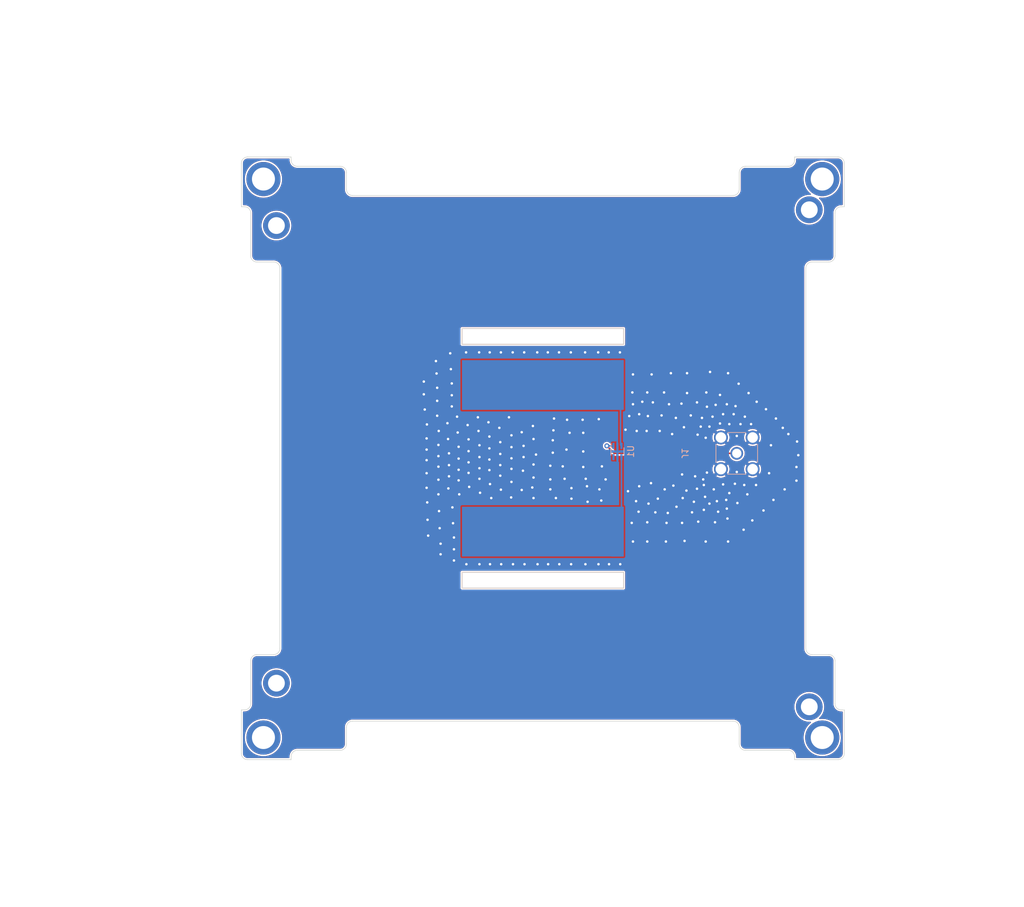
<source format=kicad_pcb>
(kicad_pcb (version 20211014) (generator pcbnew)
  (title_block (title "Updated Antenna PCB") (date "2023-02-06") (rev "2"))
  (layers (0 "F.Cu" signal) (31 "B.Cu" signal) (34 "B.Paste" user) (35 "F.Paste" user) (36 "B.SilkS" user "B.Silkscreen") (37 "F.SilkS" user "F.Silkscreen") (38 "B.Mask" user) (39 "F.Mask" user) (44 "Edge.Cuts" user))
  (net 0 "")
  (net 2 "Net-(AE1-Pad1)")
  (net 3 "GND")
  (net 4 "Net-(AE1-Pad2)")
  (net 5 "Net-(J1-Pad1)")
  (footprint "ISP:MountingHole_3.7mm_Pad_Modified" (layer "F.Cu") (at 163.45 143.45)
    (fp_text reference "H4")
    (fp_text value "MountingHole")
    (pad "1" thru_hole circle (at 0 0) (size 5.5 5.5) (drill 3.7) (layers *.Cu *.Mask))
  )
  (footprint "MountingHole:MountingHole_2.7mm_M2.5_DIN965_Pad" (layer "F.Cu") (at 161.364 58.495)
    (fp_text reference "H6")
    (fp_text value "MountingHole")
    (pad "1" thru_hole circle (at 0 0) (size 4.3 4.3) (drill 2.7) (layers *.Cu *.Mask))
  )
  (footprint "ISP:MountingHole_3.7mm_Pad_Modified" (layer "F.Cu") (at 73.55 53.55)
    (fp_text reference "H1")
    (fp_text value "MountingHole")
    (pad "1" thru_hole circle (at 0 0) (size 5.5 5.5) (drill 3.7) (layers *.Cu *.Mask))
  )
  (footprint "MountingHole:MountingHole_2.7mm_M2.5_DIN965_Pad" (layer "F.Cu") (at 161.364 138.505)
    (fp_text reference "H8")
    (fp_text value "MountingHole")
    (pad "1" thru_hole circle (at 0 0) (size 4.3 4.3) (drill 2.7) (layers *.Cu *.Mask))
  )
  (footprint "MountingHole:MountingHole_2.7mm_M2.5_DIN965_Pad" (layer "F.Cu") (at 75.639 134.695)
    (fp_text reference "H7")
    (fp_text value "MountingHole")
    (pad "1" thru_hole circle (at 0 0) (size 4.3 4.3) (drill 2.7) (layers *.Cu *.Mask))
  )
  (footprint "MountingHole:MountingHole_2.7mm_M2.5_DIN965_Pad" (layer "F.Cu") (at 75.639 61.035)
    (fp_text reference "H5")
    (fp_text value "MountingHole")
    (pad "1" thru_hole circle (at 0 0) (size 4.3 4.3) (drill 2.7) (layers *.Cu *.Mask))
  )
  (footprint "ISP:MountingHole_3.7mm_Pad_Modified" (layer "F.Cu") (at 73.55 143.45)
    (fp_text reference "H3")
    (fp_text value "MountingHole")
    (pad "1" thru_hole circle (at 0 0) (size 5.5 5.5) (drill 3.7) (layers *.Cu *.Mask))
  )
  (footprint "ISP:MountingHole_3.7mm_Pad_Modified" (layer "F.Cu") (at 163.45 53.55)
    (fp_text reference "H2")
    (fp_text value "MountingHole")
    (pad "1" thru_hole circle (at 0 0) (size 5.5 5.5) (drill 3.7) (layers *.Cu *.Mask))
  )
  (footprint "ISP:SMA_Connector" (layer "B.Cu") (at 149.7 97.7 90)
    (fp_text reference "J1" (at 0 -8.35 270 unlocked) (layer "B.SilkS") (effects (justify mirror)))
    (fp_text value "SMA Connector Male")
    (fp_line (start 3.355 1.45) (end 3.355 -1.45) (layer "B.SilkS") (width 0.12))
    (fp_line (start -1.45 3.355) (end 1.45 3.355) (layer "B.SilkS") (width 0.12))
    (fp_line (start -3.355 1.45) (end -3.355 -1.45) (layer "B.SilkS") (width 0.12))
    (fp_line (start -1.45 -3.355) (end 1.45 -3.355) (layer "B.SilkS") (width 0.12))
    (pad "1" thru_hole circle (at 0 0 90) (size 2.05 2.05) (drill 1.5) (layers *.Mask "F.Cu" "In1.Cu" "B.Cu") (net 5 "Net-(J1-Pad1)"))
    (pad "2" thru_hole circle (at 2.55 -2.55 90) (size 2.25 2.25) (drill 1.7) (layers *.Cu *.Mask) (net 3 "GND"))
    (pad "2" thru_hole circle (at -2.55 2.55 90) (size 2.25 2.25) (drill 1.7) (layers *.Cu *.Mask) (net 3 "GND"))
    (pad "2" thru_hole circle (at -2.55 -2.55 90) (size 2.25 2.25) (drill 1.7) (layers *.Cu *.Mask) (net 3 "GND"))
    (pad "2" thru_hole circle (at 2.55 2.55 90) (size 2.25 2.25) (drill 1.7) (layers *.Cu *.Mask) (net 3 "GND"))
  )
  (footprint "ISP:Antenna_Pads" (layer "B.Cu") (at 118.5 98.5 -90)
    (fp_text reference "AE1")
    (fp_text value "Dipole_Antenna")
    (fp_line (start 18.35 -13) (end 20.89 -13) (layer "B.SilkS") (width 0.12))
    (fp_line (start -20.89 13) (end -20.89 -13) (layer "B.SilkS") (width 0.12))
    (fp_line (start 20.89 13) (end 20.89 -13) (layer "B.SilkS") (width 0.12))
    (fp_line (start 18.35 13) (end 18.35 -13) (layer "B.SilkS") (width 0.12))
    (fp_line (start -20.89 -13) (end -18.35 -13) (layer "B.SilkS") (width 0.12))
    (fp_line (start -18.35 13) (end -18.35 -13) (layer "B.SilkS") (width 0.12))
    (fp_line (start -18.35 13) (end -20.89 13) (layer "B.SilkS") (width 0.12))
    (fp_line (start 20.89 13) (end 18.35 13) (layer "B.SilkS") (width 0.12))
    (pad "1" smd rect (at -11.8 0 270) (size 8 26) (layers "B.Cu" "B.Paste" "B.Mask") (net 2 "Net-(AE1-Pad1)"))
    (pad "1" smd rect (at -11.8 -12 270) (size 8 2) (layers "B.Cu" "B.Paste" "B.Mask") (net 2 "Net-(AE1-Pad1)"))
    (pad "2" smd rect (at 11.8 0 270) (size 8 26) (layers "B.Cu" "B.Paste" "B.Mask") (net 4 "Net-(AE1-Pad2)"))
    (pad "2" smd rect (at 11.8 -12 270) (size 8 2) (layers "B.Cu" "B.Paste" "B.Mask") (net 4 "Net-(AE1-Pad2)"))
  )
  (footprint "RF_Converter:Balun_Johanson_5400BL15B050E" (layer "B.Cu") (at 130.5 97.4 -90)
    (fp_text reference "U1" (at 0 -2.15 90) (layer "B.SilkS") (effects (justify mirror)))
    (fp_text value "HHM1589D1")
    (fp_line (start -1.3 1.05) (end 0.6 1.05) (layer "B.SilkS") (width 0.12))
    (fp_line (start -0.6 -1.05) (end 0.6 -1.05) (layer "B.SilkS") (width 0.12))
    (pad "1" smd rect (at -0.9 0.65 270) (size 1 0.35) (layers "B.Cu" "B.Paste" "B.Mask") (net 5 "Net-(J1-Pad1)") (clearance 0.2))
    (pad "2" smd rect (at -0.9 0 270) (size 1 0.35) (layers "B.Cu" "B.Paste" "B.Mask") (net 3 "GND"))
    (pad "3" smd rect (at -0.9 -0.65 270) (size 1 0.35) (layers "B.Cu" "B.Paste" "B.Mask") (net 2 "Net-(AE1-Pad1)") (clearance 0.2))
    (pad "4" smd rect (at 0.9 -0.65 270) (size 1 0.35) (layers "B.Cu" "B.Paste" "B.Mask") (net 4 "Net-(AE1-Pad2)") (clearance 0.2))
    (pad "5" smd rect (at 0.9 0 270) (size 1 0.35) (layers "B.Cu" "B.Paste" "B.Mask") (net 3 "GND"))
    (pad "6" smd rect (at 0.9 0.65 270) (size 1 0.35) (layers "B.Cu" "B.Paste" "B.Mask") (clearance 0.2))
  )
  (gr_arc (start 76.2 129.1) (mid 75.907107 129.807107) (end 75.2 130.1) (layer "Edge.Cuts") (width 0.1))
  (gr_arc (start 71.5 131.1) (mid 71.792893 130.392893) (end 72.5 130.1) (layer "Edge.Cuts") (width 0.1))
  (gr_arc (start 160.8 67.9) (mid 161.092893 67.192893) (end 161.8 66.9) (layer "Edge.Cuts") (width 0.1))
  (gr_line (start 167 58) (end 167 51) (layer "Edge.Cuts") (width 0.1))
  (gr_line (start 167 58) (end 166.5 58) (layer "Edge.Cuts") (width 0.1))
  (gr_arc (start 87.9 56.2) (mid 87.192893 55.907107) (end 86.9 55.2) (layer "Edge.Cuts") (width 0.1))
  (gr_line (start 159 50) (end 166 50) (layer "Edge.Cuts") (width 0.1))
  (gr_arc (start 166.5 139) (mid 165.792893 138.707107) (end 165.5 138) (layer "Edge.Cuts") (width 0.1))
  (gr_arc (start 71 147) (mid 70.292893 146.707107) (end 70 146) (layer "Edge.Cuts") (width 0.1))
  (gr_line (start 149.1 140.8) (end 87.9 140.8) (layer "Edge.Cuts") (width 0.1))
  (gr_arc (start 167 146) (mid 166.707107 146.707107) (end 166 147) (layer "Edge.Cuts") (width 0.1))
  (gr_arc (start 78 146.5) (mid 78.292893 145.792893) (end 79 145.5) (layer "Edge.Cuts") (width 0.1))
  (gr_arc (start 158 145.5) (mid 158.707107 145.792893) (end 159 146.5) (layer "Edge.Cuts") (width 0.1))
  (gr_line (start 70 139) (end 70 146) (layer "Edge.Cuts") (width 0.1))
  (gr_arc (start 164.5 130.1) (mid 165.207107 130.392893) (end 165.5 131.1) (layer "Edge.Cuts") (width 0.1))
  (gr_line (start 70.5 58) (end 70 58) (layer "Edge.Cuts") (width 0.1))
  (gr_line (start 150.1 141.8) (end 150.1 144.5) (layer "Edge.Cuts") (width 0.1))
  (gr_line (start 87.9 56.2) (end 149.1 56.2) (layer "Edge.Cuts") (width 0.1))
  (gr_arc (start 72.5 66.9) (mid 71.792893 66.607107) (end 71.5 65.9) (layer "Edge.Cuts") (width 0.1))
  (gr_line (start 78 147) (end 71 147) (layer "Edge.Cuts") (width 0.1))
  (gr_line (start 166 147) (end 159 147) (layer "Edge.Cuts") (width 0.1))
  (gr_line (start 166.5 139) (end 167 139) (layer "Edge.Cuts") (width 0.1))
  (gr_arc (start 159 50.5) (mid 158.707107 51.207107) (end 158 51.5) (layer "Edge.Cuts") (width 0.1))
  (gr_line (start 160.8 67.9) (end 160.8 129.1) (layer "Edge.Cuts") (width 0.1))
  (gr_line (start 85.9 145.5) (end 79 145.5) (layer "Edge.Cuts") (width 0.1))
  (gr_line (start 75.2 130.1) (end 72.5 130.1) (layer "Edge.Cuts") (width 0.1))
  (gr_line (start 165.5 59) (end 165.5 65.9) (layer "Edge.Cuts") (width 0.1))
  (gr_line (start 150.1 55.2) (end 150.1 52.5) (layer "Edge.Cuts") (width 0.1))
  (gr_arc (start 150.1 55.2) (mid 149.807107 55.907107) (end 149.1 56.2) (layer "Edge.Cuts") (width 0.1))
  (gr_line (start 86.9 141.8) (end 86.9 144.5) (layer "Edge.Cuts") (width 0.1))
  (gr_line (start 158 145.5) (end 151.1 145.5) (layer "Edge.Cuts") (width 0.1))
  (gr_arc (start 86.9 141.8) (mid 87.192893 141.092893) (end 87.9 140.8) (layer "Edge.Cuts") (width 0.1))
  (gr_rect (start 105.499582 116.850365) (end 131.499626 119.389873) (layer "Edge.Cuts") (width 0.1) (fill none))
  (gr_line (start 75.2 66.9) (end 72.5 66.9) (layer "Edge.Cuts") (width 0.1))
  (gr_rect (start 105.5 80.15) (end 131.50113 77.611303) (layer "Edge.Cuts") (width 0.1) (fill none))
  (gr_arc (start 79 51.5) (mid 78.292893 51.207107) (end 78 50.5) (layer "Edge.Cuts") (width 0.1))
  (gr_line (start 161.8 130.1) (end 164.5 130.1) (layer "Edge.Cuts") (width 0.1))
  (gr_arc (start 166 50) (mid 166.707107 50.292893) (end 167 51) (layer "Edge.Cuts") (width 0.1))
  (gr_line (start 79 51.5) (end 85.9 51.5) (layer "Edge.Cuts") (width 0.1))
  (gr_line (start 71.5 131.1) (end 71.5 138) (layer "Edge.Cuts") (width 0.1))
  (gr_line (start 161.8 66.9) (end 164.5 66.9) (layer "Edge.Cuts") (width 0.1))
  (gr_line (start 159 50) (end 159 50.5) (layer "Edge.Cuts") (width 0.1))
  (gr_arc (start 86.9 144.5) (mid 86.607107 145.207107) (end 85.9 145.5) (layer "Edge.Cuts") (width 0.1))
  (gr_line (start 78 50.5) (end 78 50) (layer "Edge.Cuts") (width 0.1))
  (gr_line (start 70 139) (end 70.5 139) (layer "Edge.Cuts") (width 0.1))
  (gr_arc (start 70.5 58) (mid 71.207107 58.292893) (end 71.5 59) (layer "Edge.Cuts") (width 0.1))
  (gr_arc (start 161.8 130.1) (mid 161.092893 129.807107) (end 160.8 129.1) (layer "Edge.Cuts") (width 0.1))
  (gr_arc (start 165.5 59) (mid 165.792893 58.292893) (end 166.5 58) (layer "Edge.Cuts") (width 0.1))
  (gr_line (start 76.2 129.1) (end 76.2 67.9) (layer "Edge.Cuts") (width 0.1))
  (gr_line (start 86.9 55.2) (end 86.9 52.5) (layer "Edge.Cuts") (width 0.1))
  (gr_line (start 70 51) (end 70 58) (layer "Edge.Cuts") (width 0.1))
  (gr_line (start 158 51.5) (end 151.1 51.5) (layer "Edge.Cuts") (width 0.1))
  (gr_line (start 71.5 59) (end 71.5 65.9) (layer "Edge.Cuts") (width 0.1))
  (gr_arc (start 85.9 51.5) (mid 86.607107 51.792893) (end 86.9 52.5) (layer "Edge.Cuts") (width 0.1))
  (gr_arc (start 165.5 65.9) (mid 165.207107 66.607107) (end 164.5 66.9) (layer "Edge.Cuts") (width 0.1))
  (gr_arc (start 149.1 140.8) (mid 149.807107 141.092893) (end 150.1 141.8) (layer "Edge.Cuts") (width 0.1))
  (gr_line (start 159 146.5) (end 159 147) (layer "Edge.Cuts") (width 0.1))
  (gr_arc (start 71.5 138) (mid 71.207107 138.707107) (end 70.5 139) (layer "Edge.Cuts") (width 0.1))
  (gr_arc (start 151.1 145.5) (mid 150.392893 145.207107) (end 150.1 144.5) (layer "Edge.Cuts") (width 0.1))
  (gr_arc (start 150.1 52.5) (mid 150.392893 51.792893) (end 151.1 51.5) (layer "Edge.Cuts") (width 0.1))
  (gr_line (start 165.5 131.1) (end 165.5 138) (layer "Edge.Cuts") (width 0.1))
  (gr_arc (start 70 51) (mid 70.292893 50.292893) (end 71 50) (layer "Edge.Cuts") (width 0.1))
  (gr_line (start 78 50) (end 71 50) (layer "Edge.Cuts") (width 0.1))
  (gr_line (start 167 139) (end 167 146) (layer "Edge.Cuts") (width 0.1))
  (gr_arc (start 75.2 66.9) (mid 75.907107 67.192893) (end 76.2 67.9) (layer "Edge.Cuts") (width 0.1))
  (gr_line (start 78 147) (end 78 146.5) (layer "Edge.Cuts") (width 0.1))
  (segment (start 130.5 86.7) (end 130.999511 87.199511) (width 0.25) (layer "B.Cu") (net 2))
  (segment (start 130.999511 96.349511) (end 131.15 96.5) (width 0.25) (layer "B.Cu") (net 2))
  (segment (start 130.999511 87.199511) (end 130.999511 96.349511) (width 0.25) (layer "B.Cu") (net 2))
  (via (at 143 101.4) (size 0.8) (drill 0.4) (layers "F.Cu" "B.Cu") (net 3))
  (via (at 156 92.1) (size 0.8) (drill 0.4) (layers "F.Cu" "B.Cu") (net 3))
  (via (at 119.3 81.45) (size 0.8) (drill 0.4) (layers "F.Cu" "B.Cu") (net 3))
  (via (at 152 93) (size 0.8) (drill 0.4) (layers "F.Cu" "B.Cu") (net 3))
  (via (at 104.05 108.95) (size 0.8) (drill 0.4) (layers "F.Cu" "B.Cu") (net 3))
  (via (at 135.2 94.1) (size 0.8) (drill 0.4) (layers "F.Cu" "B.Cu") (net 3))
  (via (at 122.4 92.3) (size 0.8) (drill 0.4) (layers "F.Cu" "B.Cu") (net 3))
  (via (at 143.3 103.4) (size 0.8) (drill 0.4) (layers "F.Cu" "B.Cu") (net 3))
  (via (at 152.9 89.4) (size 0.8) (drill 0.4) (layers "F.Cu" "B.Cu") (net 3))
  (via (at 129.1 81.45) (size 0.8) (drill 0.4) (layers "F.Cu" "B.Cu") (net 3))
  (via (at 150.3 93) (size 0.8) (drill 0.4) (layers "F.Cu" "B.Cu") (net 3))
  (via (at 125.6 103) (size 0.8) (drill 0.4) (layers "F.Cu" "B.Cu") (net 3))
  (via (at 139.3 94.6) (size 0.8) (drill 0.4) (layers "F.Cu" "B.Cu") (net 3))
  (via (at 147 88.3) (size 0.8) (drill 0.4) (layers "F.Cu" "B.Cu") (net 3))
  (via (at 102.05 113.95) (size 0.8) (drill 0.4) (layers "F.Cu" "B.Cu") (net 3))
  (via (at 144.4 102.8) (size 0.8) (drill 0.4) (layers "F.Cu" "B.Cu") (net 3))
  (via (at 101.7 104.3) (size 0.8) (drill 0.4) (layers "F.Cu" "B.Cu") (net 3))
  (via (at 119.7 103.5) (size 0.8) (drill 0.4) (layers "F.Cu" "B.Cu") (net 3))
  (via (at 139.9 92) (size 0.8) (drill 0.4) (layers "F.Cu" "B.Cu") (net 3))
  (via (at 128 99.8) (size 0.8) (drill 0.4) (layers "F.Cu" "B.Cu") (net 3))
  (via (at 123.1 105) (size 0.8) (drill 0.4) (layers "F.Cu" "B.Cu") (net 3))
  (via (at 115.3 100.5) (size 0.8) (drill 0.4) (layers "F.Cu" "B.Cu") (net 3))
  (via (at 111.65 99.6) (size 0.8) (drill 0.4) (layers "F.Cu" "B.Cu") (net 3))
  (via (at 110 115.55) (size 0.8) (drill 0.4) (layers "F.Cu" "B.Cu") (net 3))
  (via (at 142.5 107.2) (size 0.8) (drill 0.4) (layers "F.Cu" "B.Cu") (net 3))
  (via (at 113.7 115.55) (size 0.8) (drill 0.4) (layers "F.Cu" "B.Cu") (net 3))
  (via (at 104.95 100.35) (size 0.8) (drill 0.4) (layers "F.Cu" "B.Cu") (net 3))
  (via (at 119.7 101.9) (size 0.8) (drill 0.4) (layers "F.Cu" "B.Cu") (net 3))
  (via (at 104.95 96.65) (size 0.8) (drill 0.4) (layers "F.Cu" "B.Cu") (net 3))
  (via (at 104.2 114.95) (size 0.8) (drill 0.4) (layers "F.Cu" "B.Cu") (net 3))
  (via (at 108.05 91.9) (size 0.8) (drill 0.4) (layers "F.Cu" "B.Cu") (net 3))
  (via (at 152.8 102.8) (size 0.8) (drill 0.4) (layers "F.Cu" "B.Cu") (net 3))
  (via (at 108.3 98.3) (size 0.8) (drill 0.4) (layers "F.Cu" "B.Cu") (net 3))
  (via (at 103.85 86.45) (size 0.8) (drill 0.4) (layers "F.Cu" "B.Cu") (net 3))
  (via (at 138 87.9) (size 0.8) (drill 0.4) (layers "F.Cu" "B.Cu") (net 3))
  (via (at 144.9 90.2) (size 0.8) (drill 0.4) (layers "F.Cu" "B.Cu") (net 3))
  (via (at 113.45 102.3) (size 0.8) (drill 0.4) (layers "F.Cu" "B.Cu") (net 3))
  (via (at 113.45 98.5) (size 0.8) (drill 0.4) (layers "F.Cu" "B.Cu") (net 3))
  (via (at 108.3 101.8) (size 0.8) (drill 0.4) (layers "F.Cu" "B.Cu") (net 3))
  (via (at 145.3 105.8) (size 0.8) (drill 0.4) (layers "F.Cu" "B.Cu") (net 3))
  (via (at 103.95 106.4) (size 0.8) (drill 0.4) (layers "F.Cu" "B.Cu") (net 3))
  (via (at 143.3 89.5) (size 0.8) (drill 0.4) (layers "F.Cu" "B.Cu") (net 3))
  (via (at 147.5 91.4) (size 0.8) (drill 0.4) (layers "F.Cu" "B.Cu") (net 3))
  (via (at 127.45 115.55) (size 0.8) (drill 0.4) (layers "F.Cu" "B.Cu") (net 3))
  (via (at 121.15 115.55) (size 0.8) (drill 0.4) (layers "F.Cu" "B.Cu") (net 3))
  (via (at 151.4 104.3) (size 0.8) (drill 0.4) (layers "F.Cu" "B.Cu") (net 3))
  (via (at 145.8 91.8) (size 0.8) (drill 0.4) (layers "F.Cu" "B.Cu") (net 3))
  (via (at 108.15 94.1) (size 0.8) (drill 0.4) (layers "F.Cu" "B.Cu") (net 3))
  (via (at 127.9 105.3) (size 0.8) (drill 0.4) (layers "F.Cu" "B.Cu") (net 3))
  (via (at 148.5 93) (size 0.8) (drill 0.4) (layers "F.Cu" "B.Cu") (net 3))
  (via (at 149.7 94.9) (size 0.8) (drill 0.4) (layers "F.Cu" "B.Cu") (net 3))
  (via (at 108.4 104.05) (size 0.8) (drill 0.4) (layers "F.Cu" "B.Cu") (net 3))
  (via (at 106.65 103.1) (size 0.8) (drill 0.4) (layers "F.Cu" "B.Cu") (net 3))
  (via (at 135.9 102.5) (size 0.8) (drill 0.4) (layers "F.Cu" "B.Cu") (net 3))
  (via (at 141 104.9) (size 0.8) (drill 0.4) (layers "F.Cu" "B.Cu") (net 3))
  (via (at 145.4 84.6) (size 0.8) (drill 0.4) (layers "F.Cu" "B.Cu") (net 3))
  (via (at 104.8 94.35) (size 0.8) (drill 0.4) (layers "F.Cu" "B.Cu") (net 3))
  (via (at 138.6 107.3) (size 0.8) (drill 0.4) (layers "F.Cu" "B.Cu") (net 3))
  (via (at 99.5 90.65) (size 0.8) (drill 0.4) (layers "F.Cu" "B.Cu") (net 3))
  (via (at 117.65 115.55) (size 0.8) (drill 0.4) (layers "F.Cu" "B.Cu") (net 3))
  (via (at 144.6 104.7) (size 0.8) (drill 0.4) (layers "F.Cu" "B.Cu") (net 3))
  (via (at 133 89.8) (size 0.8) (drill 0.4) (layers "F.Cu" "B.Cu") (net 3))
  (via (at 104.95 102.05) (size 0.8) (drill 0.4) (layers "F.Cu" "B.Cu") (net 3))
  (via (at 149.5 90.1) (size 0.8) (drill 0.4) (layers "F.Cu" "B.Cu") (net 3))
  (via (at 134.5 89.4) (size 0.8) (drill 0.4) (layers "F.Cu" "B.Cu") (net 3))
  (via (at 99.8 103.25) (size 0.8) (drill 0.4) (layers "F.Cu" "B.Cu") (net 3))
  (via (at 122.3 97.1) (size 0.8) (drill 0.4) (layers "F.Cu" "B.Cu") (net 3))
  (via (at 139.1 84.8) (size 0.8) (drill 0.4) (layers "F.Cu" "B.Cu") (net 3))
  (via (at 103.4 101.4) (size 0.8) (drill 0.4) (layers "F.Cu" "B.Cu") (net 3))
  (via (at 111.5 93.6) (size 0.8) (drill 0.4) (layers "F.Cu" "B.Cu") (net 3))
  (via (at 125.35 115.55) (size 0.8) (drill 0.4) (layers "F.Cu" "B.Cu") (net 3))
  (via (at 132.9 87.9) (size 0.8) (drill 0.4) (layers "F.Cu" "B.Cu") (net 3))
  (via (at 101.5 87.15) (size 0.8) (drill 0.4) (layers "F.Cu" "B.Cu") (net 3))
  (via (at 116.9 93.3) (size 0.8) (drill 0.4) (layers "F.Cu" "B.Cu") (net 3))
  (via (at 138.4 108.9) (size 0.8) (drill 0.4) (layers "F.Cu" "B.Cu") (net 3))
  (via (at 143.5 108.7) (size 0.8) (drill 0.4) (layers "F.Cu" "B.Cu") (net 3))
  (via (at 140.9 108.9) (size 0.8) (drill 0.4) (layers "F.Cu" "B.Cu") (net 3))
  (via (at 133.5 105.4) (size 0.8) (drill 0.4) (layers "F.Cu" "B.Cu") (net 3))
  (via (at 158 94.6) (size 0.8) (drill 0.4) (layers "F.Cu" "B.Cu") (net 3))
  (via (at 101.7 96.35) (size 0.8) (drill 0.4) (layers "F.Cu" "B.Cu") (net 3))
  (via (at 135.5 105.8) (size 0.8) (drill 0.4) (layers "F.Cu" "B.Cu") (net 3))
  (via (at 109.9 95) (size 0.8) (drill 0.4) (layers "F.Cu" "B.Cu") (net 3))
  (via (at 104.2 113.15) (size 0.8) (drill 0.4) (layers "F.Cu" "B.Cu") (net 3))
  (via (at 144.4 106.8) (size 0.8) (drill 0.4) (layers "F.Cu" "B.Cu") (net 3))
  (via (at 125.4 101.8) (size 0.8) (drill 0.4) (layers "F.Cu" "B.Cu") (net 3))
  (via (at 141.7 88) (size 0.8) (drill 0.4) (layers "F.Cu" "B.Cu") (net 3))
  (via (at 117 95.4) (size 0.8) (drill 0.4) (layers "F.Cu" "B.Cu") (net 3))
  (via (at 108.3 115.55) (size 0.8) (drill 0.4) (layers "F.Cu" "B.Cu") (net 3))
  (via (at 103.6 81.6) (size 0.8) (drill 0.4) (layers "F.Cu" "B.Cu") (net 3))
  (via (at 99.85 93.05) (size 0.8) (drill 0.4) (layers "F.Cu" "B.Cu") (net 3))
  (via (at 132.8 108.9) (size 0.8) (drill 0.4) (layers "F.Cu" "B.Cu") (net 3))
  (via (at 150 86.5) (size 0.8) (drill 0.4) (layers "F.Cu" "B.Cu") (net 3))
  (via (at 146.3 89.9) (size 0.8) (drill 0.4) (layers "F.Cu" "B.Cu") (net 3))
  (via (at 122.8 94.4) (size 0.8) (drill 0.4) (layers "F.Cu" "B.Cu") (net 3))
  (via (at 130.95 115.55) (size 0.8) (drill 0.4) (layers "F.Cu" "B.Cu") (net 3))
  (via (at 115.1 103.6) (size 0.8) (drill 0.4) (layers "F.Cu" "B.Cu") (net 3))
  (via (at 106.2 115.55) (size 0.8) (drill 0.4) (layers "F.Cu" "B.Cu") (net 3))
  (via (at 144.9 100.8) (size 0.8) (drill 0.4) (layers "F.Cu" "B.Cu") (net 3))
  (via (at 159.6 98) (size 0.8) (drill 0.4) (layers "F.Cu" "B.Cu") (net 3))
  (via (at 132.4 91.7) (size 0.8) (drill 0.4) (layers "F.Cu" "B.Cu") (net 3))
  (via (at 102.05 112.25) (size 0.8) (drill 0.4) (layers "F.Cu" "B.Cu") (net 3))
  (via (at 151.6 88) (size 0.8) (drill 0.4) (layers "F.Cu" "B.Cu") (net 3))
  (via (at 108.3 96.4) (size 0.8) (drill 0.4) (layers "F.Cu" "B.Cu") (net 3))
  (via (at 159.3 102.1) (size 0.8) (drill 0.4) (layers "F.Cu" "B.Cu") (net 3))
  (via (at 104.95 98.55) (size 0.8) (drill 0.4) (layers "F.Cu" "B.Cu") (net 3))
  (via (at 115.4 98.3) (size 0.8) (drill 0.4) (layers "F.Cu" "B.Cu") (net 3))
  (via (at 120.2 94) (size 0.8) (drill 0.4) (layers "F.Cu" "B.Cu") (net 3))
  (via (at 137.3 94.1) (size 0.8) (drill 0.4) (layers "F.Cu" "B.Cu") (net 3))
  (via (at 149.2 91.4) (size 0.8) (drill 0.4) (layers "F.Cu" "B.Cu") (net 3))
  (via (at 121.1 81.45) (size 0.8) (drill 0.4) (layers "F.Cu" "B.Cu") (net 3))
  (via (at 149.8 105.7) (size 0.8) (drill 0.4) (layers "F.Cu" "B.Cu") (net 3))
  (via (at 101.4 84.85) (size 0.8) (drill 0.4) (layers "F.Cu" "B.Cu") (net 3))
  (via (at 104.7 91.8) (size 0.8) (drill 0.4) (layers "F.Cu" "B.Cu") (net 3))
  (via (at 99.35 88.2) (size 0.8) (drill 0.4) (layers "F.Cu" "B.Cu") (net 3))
  (via (at 120.1 95.6) (size 0.8) (drill 0.4) (layers "F.Cu" "B.Cu") (net 3))
  (via (at 109.95 81.45) (size 0.8) (drill 0.4) (layers "F.Cu" "B.Cu") (net 3))
  (via (at 138.8 89.8) (size 0.8) (drill 0.4) (layers "F.Cu" "B.Cu") (net 3))
  (via (at 117 99.5) (size 0.8) (drill 0.4) (layers "F.Cu" "B.Cu") (net 3))
  (via (at 110 102.65) (size 0.8) (drill 0.4) (layers "F.Cu" "B.Cu") (net 3))
  (via (at 109.9 96.9) (size 0.8) (drill 0.4) (layers "F.Cu" "B.Cu") (net 3))
  (via (at 157.1 93.6) (size 0.8) (drill 0.4) (layers "F.Cu" "B.Cu") (net 3))
  (via (at 120.1 97.6) (size 0.8) (drill 0.4) (layers "F.Cu" "B.Cu") (net 3))
  (via (at 109.75 92.7) (size 0.8) (drill 0.4) (layers "F.Cu" "B.Cu") (net 3))
  (via (at 139.5 102.9) (size 0.8) (drill 0.4) (layers "F.Cu" "B.Cu") (net 3))
  (via (at 144.7 111.9) (size 0.8) (drill 0.4) (layers "F.Cu" "B.Cu") (net 3))
  (via (at 111.75 81.45) (size 0.8) (drill 0.4) (layers "F.Cu" "B.Cu") (net 3))
  (via (at 111.75 103.55) (size 0.8) (drill 0.4) (layers "F.Cu" "B.Cu") (net 3))
  (via (at 131.8 93.9) (size 0.8) (drill 0.4) (layers "F.Cu" "B.Cu") (net 3))
  (via (at 113.05 91.9) (size 0.8) (drill 0.4) (layers "F.Cu" "B.Cu") (net 3))
  (via (at 135.3 108.8) (size 0.8) (drill 0.4) (layers "F.Cu" "B.Cu") (net 3))
  (via (at 104.2 111.25) (size 0.8) (drill 0.4) (layers "F.Cu" "B.Cu") (net 3))
  (via (at 148.1 106.6) (size 0.8) (drill 0.4) (layers "F.Cu" "B.Cu") (net 3))
  (via (at 113.4 104.8) (size 0.8) (drill 0.4) (layers "F.Cu" "B.Cu") (net 3))
  (via (at 143.9 93.4) (size 0.8) (drill 0.4) (layers "F.Cu" "B.Cu") (net 3))
  (via (at 117 104.9) (size 0.8) (drill 0.4) (layers "F.Cu" "B.Cu") (net 3))
  (via (at 115.4 96.5) (size 0.8) (drill 0.4) (layers "F.Cu" "B.Cu") (net 3))
  (via (at 101.5 91.65) (size 0.8) (drill 0.4) (layers "F.Cu" "B.Cu") (net 3))
  (via (at 148.1 89.8) (size 0.8) (drill 0.4) (layers "F.Cu" "B.Cu") (net 3))
  (via (at 106.15 81.45) (size 0.8) (drill 0.4) (layers "F.Cu" "B.Cu") (net 3))
  (via (at 99.9 105.6) (size 0.8) (drill 0.4) (layers "F.Cu" "B.Cu") (net 3))
  (via (at 134 91.4) (size 0.8) (drill 0.4) (layers "F.Cu" "B.Cu") (net 3))
  (via (at 106.55 95.45) (size 0.8) (drill 0.4) (layers "F.Cu" "B.Cu") (net 3))
  (via (at 106.55 97.35) (size 0.8) (drill 0.4) (layers "F.Cu" "B.Cu") (net 3))
  (via (at 149.4 102.6) (size 0.8) (drill 0.4) (layers "F.Cu" "B.Cu") (net 3))
  (via (at 113.45 100.2) (size 0.8) (drill 0.4) (layers "F.Cu" "B.Cu") (net 3))
  (via (at 103.25 95.4) (size 0.8) (drill 0.4) (layers "F.Cu" "B.Cu") (net 3))
  (via (at 128.6 101.9) (size 0.8) (drill 0.4) (layers "F.Cu" "B.Cu") (net 3))
  (via (at 140.9 101.1) (size 0.8) (drill 0.4) (layers "F.Cu" "B.Cu") (net 3))
  (via (at 148.5 104.1) (size 0.8) (drill 0.4) (layers "F.Cu" "B.Cu") (net 3))
  (via (at 150.9 102.8) (size 0.8) (drill 0.4) (layers "F.Cu" "B.Cu") (net 3))
  (via (at 146 103.5) (size 0.8) (drill 0.4) (layers "F.Cu" "B.Cu") (net 3))
  (via (at 136.2 89.5) (size 0.8) (drill 0.4) (layers "F.Cu" "B.Cu") (net 3))
  (via (at 101.75 94.1) (size 0.8) (drill 0.4) (layers "F.Cu" "B.Cu") (net 3))
  (via (at 138.1 103.5) (size 0.8) (drill 0.4) (layers "F.Cu" "B.Cu") (net 3))
  (via (at 148.2 108.2) (size 0.8) (drill 0.4) (layers "F.Cu" "B.Cu") (net 3))
  (via (at 109.9 98.7) (size 0.8) (drill 0.4) (layers "F.Cu" "B.Cu") (net 3))
  (via (at 113.45 96.7) (size 0.8) (drill 0.4) (layers "F.Cu" "B.Cu") (net 3))
  (via (at 119.7 99.7) (size 0.8) (drill 0.4) (layers "F.Cu" "B.Cu") (net 3))
  (via (at 108.25 81.45) (size 0.8) (drill 0.4) (layers "F.Cu" "B.Cu") (net 3))
  (via (at 150.8 110) (size 0.8) (drill 0.4) (layers "F.Cu" "B.Cu") (net 3))
  (via (at 135.4 91.7) (size 0.8) (drill 0.4) (layers "F.Cu" "B.Cu") (net 3))
  (via (at 103.3 103.35) (size 0.8) (drill 0.4) (layers "F.Cu" "B.Cu") (net 3))
  (via (at 113.45 94.8) (size 0.8) (drill 0.4) (layers "F.Cu" "B.Cu") (net 3))
  (via (at 127.5 92.2) (size 0.8) (drill 0.4) (layers "F.Cu" "B.Cu") (net 3))
  (via (at 123.1 103.3) (size 0.8) (drill 0.4) (layers "F.Cu" "B.Cu") (net 3))
  (via (at 143.4 94.7) (size 0.8) (drill 0.4) (layers "F.Cu" "B.Cu") (net 3))
  (via (at 155.6 105.2) (size 0.8) (drill 0.4) (layers "F.Cu" "B.Cu") (net 3))
  (via (at 136.6 107.2) (size 0.8) (drill 0.4) (layers "F.Cu" "B.Cu") (net 3))
  (via (at 111.65 101.3) (size 0.8) (drill 0.4) (layers "F.Cu" "B.Cu") (net 3))
  (via (at 138.3 111.9) (size 0.8) (drill 0.4) (layers "F.Cu" "B.Cu") (net 3))
  (via (at 144.8 87.9) (size 0.8) (drill 0.4) (layers "F.Cu" "B.Cu") (net 3))
  (via (at 142.3 91.6) (size 0.8) (drill 0.4) (layers "F.Cu" "B.Cu") (net 3))
  (via (at 121.7 99.8) (size 0.8) (drill 0.4) (layers "F.Cu" "B.Cu") (net 3))
  (via (at 106.55 100.85) (size 0.8) (drill 0.4) (layers "F.Cu" "B.Cu") (net 3))
  (via (at 111.8 115.55) (size 0.8) (drill 0.4) (layers "F.Cu" "B.Cu") (net 3))
  (via (at 117.4 97.9) (size 0.8) (drill 0.4) (layers "F.Cu" "B.Cu") (net 3))
  (via (at 154 106.9) (size 0.8) (drill 0.4) (layers "F.Cu" "B.Cu") (net 3))
  (via (at 123 81.45) (size 0.8) (drill 0.4) (layers "F.Cu" "B.Cu") (net 3))
  (via (at 99.95 108.4) (size 0.8) (drill 0.4) (layers "F.Cu" "B.Cu") (net 3))
  (via (at 146.5 105.4) (size 0.8) (drill 0.4) (layers "F.Cu" "B.Cu") (net 3))
  (via (at 100.05 110.95) (size 0.8) (drill 0.4) (layers "F.Cu" "B.Cu") (net 3))
  (via (at 113.65 81.45) (size 0.8) (drill 0.4) (layers "F.Cu" "B.Cu") (net 3))
  (via (at 157.4 103.5) (size 0.8) (drill 0.4) (layers "F.Cu" "B.Cu") (net 3))
  (via (at 105.05 104.3) (size 0.8) (drill 0.4) (layers "F.Cu" "B.Cu") (net 3))
  (via (at 144.3 101.9) (size 0.8) (drill 0.4) (layers "F.Cu" "B.Cu") (net 3))
  (via (at 119.35 115.55) (size 0.8) (drill 0.4) (layers "F.Cu" "B.Cu") (net 3))
  (via (at 106.55 99.15) (size 0.8) (drill 0.4) (layers "F.Cu" "B.Cu") (net 3))
  (via (at 116.8 103.2) (size 0.8) (drill 0.4) (layers "F.Cu" "B.Cu") (net 3))
  (via (at 115.1 94.3) (size 0.8) (drill 0.4) (layers "F.Cu" "B.Cu") (net 3))
  (via (at 144.1 92) (size 0.8) (drill 0.4) (layers "F.Cu" "B.Cu") (net 3))
  (via (at 101.8 107) (size 0.8) (drill 0.4) (layers "F.Cu" "B.Cu") (net 3))
  (via (at 130.9 81.45) (size 0.8) (drill 0.4) (layers "F.Cu" "B.Cu") (net 3))
  (via (at 99.8 98.8) (size 0.8) (drill 0.4) (layers "F.Cu" "B.Cu") (net 3))
  (via (at 137.6 91.6) (size 0.8) (drill 0.4) (layers "F.Cu" "B.Cu") (net 3))
  (via (at 154.4 90.6) (size 0.8) (drill 0.4) (layers "F.Cu" "B.Cu") (net 3))
  (via (at 101.9 109.75) (size 0.8) (drill 0.4) (layers "F.Cu" "B.Cu") (net 3))
  (via (at 120.6 104.9) (size 0.8) (drill 0.4) (layers "F.Cu" "B.Cu") (net 3))
  (via (at 122 101.8) (size 0.8) (drill 0.4) (layers "F.Cu" "B.Cu") (net 3))
  (via (at 99.8 95.3) (size 0.8) (drill 0.4) (layers "F.Cu" "B.Cu") (net 3))
  (via (at 136 85) (size 0.8) (drill 0.4) (layers "F.Cu" "B.Cu") (net 3))
  (via (at 145.3 93.4) (size 0.8) (drill 0.4) (layers "F.Cu" "B.Cu") (net 3))
  (via (at 111.65 95.9) (size 0.8) (drill 0.4) (layers "F.Cu" "B.Cu") (net 3))
  (via (at 133 85) (size 0.8) (drill 0.4) (layers "F.Cu" "B.Cu") (net 3))
  (via (at 144.7 95.2) (size 0.8) (drill 0.4) (layers "F.Cu" "B.Cu") (net 3))
  (via (at 103.85 90.15) (size 0.8) (drill 0.4) (layers "F.Cu" "B.Cu") (net 3))
  (via (at 159.4 95.8) (size 0.8) (drill 0.4) (layers "F.Cu" "B.Cu") (net 3))
  (via (at 125 94.4) (size 0.8) (drill 0.4) (layers "F.Cu" "B.Cu") (net 3))
  (via (at 103.4 99.6) (size 0.8) (drill 0.4) (layers "F.Cu" "B.Cu") (net 3))
  (via (at 146.7 107.1) (size 0.8) (drill 0.4) (layers "F.Cu" "B.Cu") (net 3))
  (via (at 108.3 100.1) (size 0.8) (drill 0.4) (layers "F.Cu" "B.Cu") (net 3))
  (via (at 148 105.2) (size 0.8) (drill 0.4) (layers "F.Cu" "B.Cu") (net 3))
  (via (at 109.9 100.4) (size 0.8) (drill 0.4) (layers "F.Cu" "B.Cu") (net 3))
  (via (at 148.3 84.8) (size 0.8) (drill 0.4) (layers "F.Cu" "B.Cu") (net 3))
  (via (at 103.85 88.35) (size 0.8) (drill 0.4) (layers "F.Cu" "B.Cu") (net 3))
  (via (at 152.2 108.5) (size 0.8) (drill 0.4) (layers "F.Cu" "B.Cu") (net 3))
  (via (at 137 105) (size 0.8) (drill 0.4) (layers "F.Cu" "B.Cu") (net 3))
  (via (at 127.4 81.45) (size 0.8) (drill 0.4) (layers "F.Cu" "B.Cu") (net 3))
  (via (at 103.7 84.15) (size 0.8) (drill 0.4) (layers "F.Cu" "B.Cu") (net 3))
  (via (at 133.9 107.1) (size 0.8) (drill 0.4) (layers "F.Cu" "B.Cu") (net 3))
  (via (at 99.8 97.1) (size 0.8) (drill 0.4) (layers "F.Cu" "B.Cu") (net 3))
  (via (at 101.7 99.85) (size 0.8) (drill 0.4) (layers "F.Cu" "B.Cu") (net 3))
  (via (at 135.3 111.9) (size 0.8) (drill 0.4) (layers "F.Cu" "B.Cu") (net 3))
  (via (at 141.6 103.7) (size 0.8) (drill 0.4) (layers "F.Cu" "B.Cu") (net 3))
  (via (at 101.7 98.15) (size 0.8) (drill 0.4) (layers "F.Cu" "B.Cu") (net 3))
  (via (at 124.9 92.3) (size 0.8) (drill 0.4) (layers "F.Cu" "B.Cu") (net 3))
  (via (at 115.5 81.45) (size 0.8) (drill 0.4) (layers "F.Cu" "B.Cu") (net 3))
  (via (at 99.8 100.9) (size 0.8) (drill 0.4) (layers "F.Cu" "B.Cu") (net 3))
  (via (at 159.3 99.9) (size 0.8) (drill 0.4) (layers "F.Cu" "B.Cu") (net 3))
  (via (at 120.3 92.1) (size 0.8) (drill 0.4) (layers "F.Cu" "B.Cu") (net 3))
  (via (at 101.7 101.95) (size 0.8) (drill 0.4) (layers "F.Cu" "B.Cu") (net 3))
  (via (at 135.3 87.9) (size 0.8) (drill 0.4) (layers "F.Cu" "B.Cu") (net 3))
  (via (at 117 101.6) (size 0.8) (drill 0.4) (layers "F.Cu" "B.Cu") (net 3))
  (via (at 142.8 105.5) (size 0.8) (drill 0.4) (layers "F.Cu" "B.Cu") (net 3))
  (via (at 101.5 89.25) (size 0.8) (drill 0.4) (layers "F.Cu" "B.Cu") (net 3))
  (via (at 149.7 100.7) (size 0.8) (drill 0.4) (layers "F.Cu" "B.Cu") (net 3))
  (via (at 106.4 93.15) (size 0.8) (drill 0.4) (layers "F.Cu" "B.Cu") (net 3))
  (via (at 103.15 92.85) (size 0.8) (drill 0.4) (layers "F.Cu" "B.Cu") (net 3))
  (via (at 125.7 105.5) (size 0.8) (drill 0.4) (layers "F.Cu" "B.Cu") (net 3))
  (via (at 147 92.9) (size 0.8) (drill 0.4) (layers "F.Cu" "B.Cu") (net 3))
  (via (at 140 106.3) (size 0.8) (drill 0.4) (layers "F.Cu" "B.Cu") (net 3))
  (via (at 129.15 115.55) (size 0.8) (drill 0.4) (layers "F.Cu" "B.Cu") (net 3))
  (via (at 117.6 81.45) (size 0.8) (drill 0.4) (layers "F.Cu" "B.Cu") (net 3))
  (via (at 141.7 84.8) (size 0.8) (drill 0.4) (layers "F.Cu" "B.Cu") (net 3))
  (via (at 133 111.9) (size 0.8) (drill 0.4) (layers "F.Cu" "B.Cu") (net 3))
  (via (at 154.9 100.9) (size 0.8) (drill 0.4) (layers "F.Cu" "B.Cu") (net 3))
  (via (at 132.2 103.8) (size 0.8) (drill 0.4) (layers "F.Cu" "B.Cu") (net 3))
  (via (at 103.4 97.7) (size 0.8) (drill 0.4) (layers "F.Cu" "B.Cu") (net 3))
  (via (at 133.6 94.1) (size 0.8) (drill 0.4) (layers "F.Cu" "B.Cu") (net 3))
  (via (at 125 97.4) (size 0.8) (drill 0.4) (layers "F.Cu" "B.Cu") (net 3))
  (via (at 125.3 81.45) (size 0.8) (drill 0.4) (layers "F.Cu" "B.Cu") (net 3))
  (via (at 99.35 86.15) (size 0.8) (drill 0.4) (layers "F.Cu" "B.Cu") (net 3))
  (via (at 155.2 96.4) (size 0.8) (drill 0.4) (layers "F.Cu" "B.Cu") (net 3))
  (via (at 151 91.8) (size 0.8) (drill 0.4) (layers "F.Cu" "B.Cu") (net 3))
  (via (at 110.2 104.9) (size 0.8) (drill 0.4) (layers "F.Cu" "B.Cu") (net 3))
  (via (at 134 103) (size 0.8) (drill 0.4) (layers "F.Cu" "B.Cu") (net 3))
  (via (at 123.05 115.55) (size 0.8) (drill 0.4) (layers "F.Cu" "B.Cu") (net 3))
  (via (at 140.8 89.7) (size 0.8) (drill 0.4) (layers "F.Cu" "B.Cu") (net 3))
  (via (at 147.5 102.7) (size 0.8) (drill 0.4) (layers "F.Cu" "B.Cu") (net 3))
  (via (at 101.3 82.85) (size 0.8) (drill 0.4) (layers "F.Cu" "B.Cu") (net 3))
  (via (at 141.3 111.8) (size 0.8) (drill 0.4) (layers "F.Cu" "B.Cu") (net 3))
  (via (at 115.55 115.55) (size 0.8) (drill 0.4) (layers "F.Cu" "B.Cu") (net 3))
  (via (at 125 99.9) (size 0.8) (drill 0.4) (layers "F.Cu" "B.Cu") (net 3))
  (via (at 146.2 108.8) (size 0.8) (drill 0.4) (layers "F.Cu" "B.Cu") (net 3))
  (via (at 111.65 97.8) (size 0.8) (drill 0.4) (layers "F.Cu" "B.Cu") (net 3))
  (via (at 141.2 93.5) (size 0.8) (drill 0.4) (layers "F.Cu" "B.Cu") (net 3))
  (via (at 148.3 111.9) (size 0.8) (drill 0.4) (layers "F.Cu" "B.Cu") (net 3))
  (via (at 127.6 103.5) (size 0.8) (drill 0.4) (layers "F.Cu" "B.Cu") (net 3))
  (segment (start 131.15 109.65) (end 130.5 110.3) (width 0.25) (layer "B.Cu") (net 4))
  (segment (start 131.15 98.3) (end 131.15 109.65) (width 0.25) (layer "B.Cu") (net 4))
  (segment (start 130 97.7) (end 149.7 97.7) (width 0.25) (layer "F.Cu") (net 5))
  (segment (start 128.8 96.5) (end 130 97.7) (width 0.25) (layer "F.Cu") (net 5))
  (via (at 128.8 96.5) (size 0.8) (drill 0.4) (layers "F.Cu" "B.Cu") (net 5))
  (segment (start 129.85 96.5) (end 128.8 96.5) (width 0.25) (layer "B.Cu") (net 5))
  (zone (net 3) (net_name "GND") (layers F&B.Cu) (connect_pads (clearance 0.254)) (min_thickness 0.2032) (fill yes (thermal_gap 0.254) (thermal_bridge_width 0.508))
    (polygon (pts (xy 168.8 47) (xy 168.8 150.05) (xy 67.7 150.05) (xy 67.7 46.85)))
  )
)
</source>
